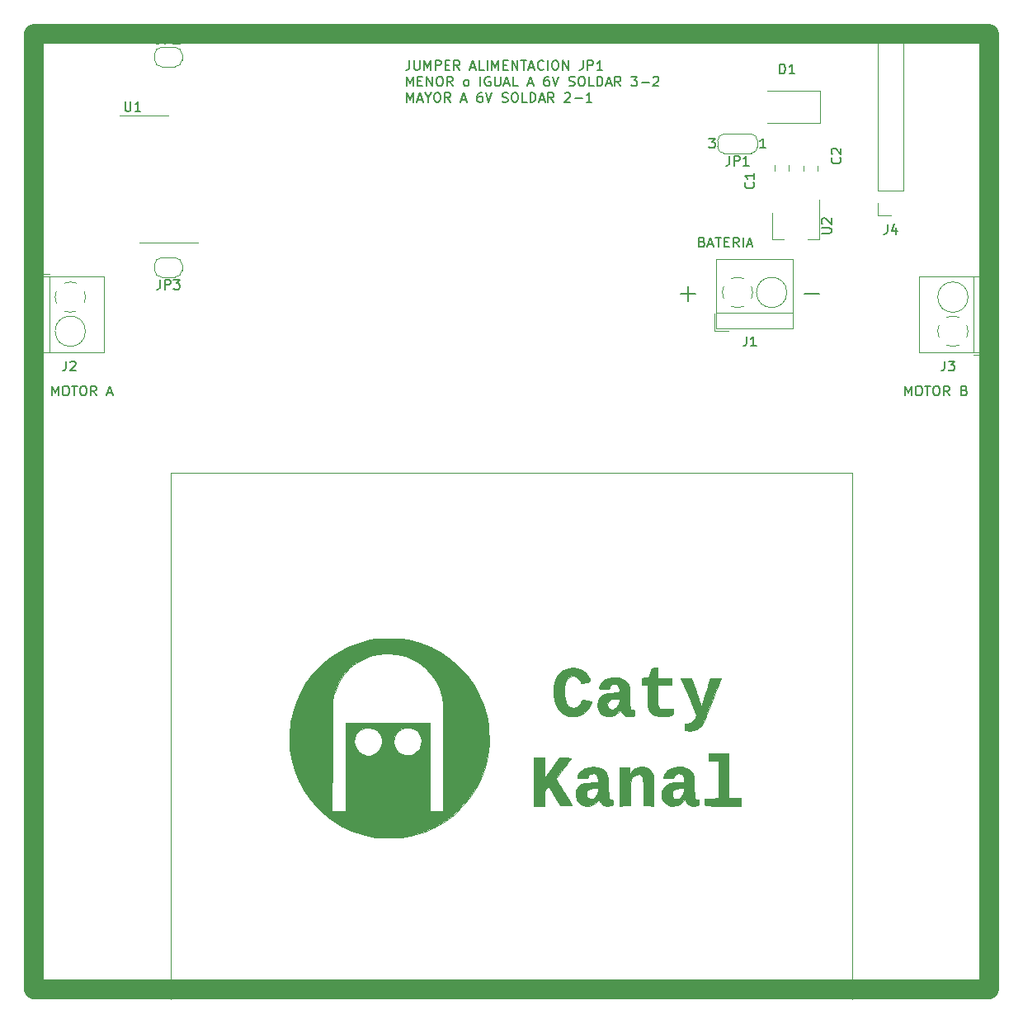
<source format=gbr>
G04 #@! TF.GenerationSoftware,KiCad,Pcbnew,5.1.5+dfsg1-2build2*
G04 #@! TF.CreationDate,2021-02-08T21:47:53-05:00*
G04 #@! TF.ProjectId,hbridgechassis,68627269-6467-4656-9368-61737369732e,rev?*
G04 #@! TF.SameCoordinates,Original*
G04 #@! TF.FileFunction,Legend,Top*
G04 #@! TF.FilePolarity,Positive*
%FSLAX46Y46*%
G04 Gerber Fmt 4.6, Leading zero omitted, Abs format (unit mm)*
G04 Created by KiCad (PCBNEW 5.1.5+dfsg1-2build2) date 2021-02-08 21:47:53*
%MOMM*%
%LPD*%
G04 APERTURE LIST*
%ADD10C,2.000000*%
%ADD11C,0.150000*%
%ADD12C,0.120000*%
%ADD13C,0.010000*%
G04 APERTURE END LIST*
D10*
X51000000Y-51000000D02*
X149000000Y-51000000D01*
X51000000Y-149000000D02*
X149000000Y-149000000D01*
X149000000Y-51000000D02*
X149000000Y-149000000D01*
X51000000Y-51000000D02*
X51000000Y-149000000D01*
D11*
X89521309Y-53682380D02*
X89521309Y-54396666D01*
X89473690Y-54539523D01*
X89378452Y-54634761D01*
X89235595Y-54682380D01*
X89140357Y-54682380D01*
X89997500Y-53682380D02*
X89997500Y-54491904D01*
X90045119Y-54587142D01*
X90092738Y-54634761D01*
X90187976Y-54682380D01*
X90378452Y-54682380D01*
X90473690Y-54634761D01*
X90521309Y-54587142D01*
X90568928Y-54491904D01*
X90568928Y-53682380D01*
X91045119Y-54682380D02*
X91045119Y-53682380D01*
X91378452Y-54396666D01*
X91711785Y-53682380D01*
X91711785Y-54682380D01*
X92187976Y-54682380D02*
X92187976Y-53682380D01*
X92568928Y-53682380D01*
X92664166Y-53730000D01*
X92711785Y-53777619D01*
X92759404Y-53872857D01*
X92759404Y-54015714D01*
X92711785Y-54110952D01*
X92664166Y-54158571D01*
X92568928Y-54206190D01*
X92187976Y-54206190D01*
X93187976Y-54158571D02*
X93521309Y-54158571D01*
X93664166Y-54682380D02*
X93187976Y-54682380D01*
X93187976Y-53682380D01*
X93664166Y-53682380D01*
X94664166Y-54682380D02*
X94330833Y-54206190D01*
X94092738Y-54682380D02*
X94092738Y-53682380D01*
X94473690Y-53682380D01*
X94568928Y-53730000D01*
X94616547Y-53777619D01*
X94664166Y-53872857D01*
X94664166Y-54015714D01*
X94616547Y-54110952D01*
X94568928Y-54158571D01*
X94473690Y-54206190D01*
X94092738Y-54206190D01*
X95807023Y-54396666D02*
X96283214Y-54396666D01*
X95711785Y-54682380D02*
X96045119Y-53682380D01*
X96378452Y-54682380D01*
X97187976Y-54682380D02*
X96711785Y-54682380D01*
X96711785Y-53682380D01*
X97521309Y-54682380D02*
X97521309Y-53682380D01*
X97997500Y-54682380D02*
X97997500Y-53682380D01*
X98330833Y-54396666D01*
X98664166Y-53682380D01*
X98664166Y-54682380D01*
X99140357Y-54158571D02*
X99473690Y-54158571D01*
X99616547Y-54682380D02*
X99140357Y-54682380D01*
X99140357Y-53682380D01*
X99616547Y-53682380D01*
X100045119Y-54682380D02*
X100045119Y-53682380D01*
X100616547Y-54682380D01*
X100616547Y-53682380D01*
X100949880Y-53682380D02*
X101521309Y-53682380D01*
X101235595Y-54682380D02*
X101235595Y-53682380D01*
X101807023Y-54396666D02*
X102283214Y-54396666D01*
X101711785Y-54682380D02*
X102045119Y-53682380D01*
X102378452Y-54682380D01*
X103283214Y-54587142D02*
X103235595Y-54634761D01*
X103092738Y-54682380D01*
X102997500Y-54682380D01*
X102854642Y-54634761D01*
X102759404Y-54539523D01*
X102711785Y-54444285D01*
X102664166Y-54253809D01*
X102664166Y-54110952D01*
X102711785Y-53920476D01*
X102759404Y-53825238D01*
X102854642Y-53730000D01*
X102997500Y-53682380D01*
X103092738Y-53682380D01*
X103235595Y-53730000D01*
X103283214Y-53777619D01*
X103711785Y-54682380D02*
X103711785Y-53682380D01*
X104378452Y-53682380D02*
X104568928Y-53682380D01*
X104664166Y-53730000D01*
X104759404Y-53825238D01*
X104807023Y-54015714D01*
X104807023Y-54349047D01*
X104759404Y-54539523D01*
X104664166Y-54634761D01*
X104568928Y-54682380D01*
X104378452Y-54682380D01*
X104283214Y-54634761D01*
X104187976Y-54539523D01*
X104140357Y-54349047D01*
X104140357Y-54015714D01*
X104187976Y-53825238D01*
X104283214Y-53730000D01*
X104378452Y-53682380D01*
X105235595Y-54682380D02*
X105235595Y-53682380D01*
X105807023Y-54682380D01*
X105807023Y-53682380D01*
X107330833Y-53682380D02*
X107330833Y-54396666D01*
X107283214Y-54539523D01*
X107187976Y-54634761D01*
X107045119Y-54682380D01*
X106949880Y-54682380D01*
X107807023Y-54682380D02*
X107807023Y-53682380D01*
X108187976Y-53682380D01*
X108283214Y-53730000D01*
X108330833Y-53777619D01*
X108378452Y-53872857D01*
X108378452Y-54015714D01*
X108330833Y-54110952D01*
X108283214Y-54158571D01*
X108187976Y-54206190D01*
X107807023Y-54206190D01*
X109330833Y-54682380D02*
X108759404Y-54682380D01*
X109045119Y-54682380D02*
X109045119Y-53682380D01*
X108949880Y-53825238D01*
X108854642Y-53920476D01*
X108759404Y-53968095D01*
X89235595Y-56332380D02*
X89235595Y-55332380D01*
X89568928Y-56046666D01*
X89902261Y-55332380D01*
X89902261Y-56332380D01*
X90378452Y-55808571D02*
X90711785Y-55808571D01*
X90854642Y-56332380D02*
X90378452Y-56332380D01*
X90378452Y-55332380D01*
X90854642Y-55332380D01*
X91283214Y-56332380D02*
X91283214Y-55332380D01*
X91854642Y-56332380D01*
X91854642Y-55332380D01*
X92521309Y-55332380D02*
X92711785Y-55332380D01*
X92807023Y-55380000D01*
X92902261Y-55475238D01*
X92949880Y-55665714D01*
X92949880Y-55999047D01*
X92902261Y-56189523D01*
X92807023Y-56284761D01*
X92711785Y-56332380D01*
X92521309Y-56332380D01*
X92426071Y-56284761D01*
X92330833Y-56189523D01*
X92283214Y-55999047D01*
X92283214Y-55665714D01*
X92330833Y-55475238D01*
X92426071Y-55380000D01*
X92521309Y-55332380D01*
X93949880Y-56332380D02*
X93616547Y-55856190D01*
X93378452Y-56332380D02*
X93378452Y-55332380D01*
X93759404Y-55332380D01*
X93854642Y-55380000D01*
X93902261Y-55427619D01*
X93949880Y-55522857D01*
X93949880Y-55665714D01*
X93902261Y-55760952D01*
X93854642Y-55808571D01*
X93759404Y-55856190D01*
X93378452Y-55856190D01*
X95283214Y-56332380D02*
X95187976Y-56284761D01*
X95140357Y-56237142D01*
X95092738Y-56141904D01*
X95092738Y-55856190D01*
X95140357Y-55760952D01*
X95187976Y-55713333D01*
X95283214Y-55665714D01*
X95426071Y-55665714D01*
X95521309Y-55713333D01*
X95568928Y-55760952D01*
X95616547Y-55856190D01*
X95616547Y-56141904D01*
X95568928Y-56237142D01*
X95521309Y-56284761D01*
X95426071Y-56332380D01*
X95283214Y-56332380D01*
X96807023Y-56332380D02*
X96807023Y-55332380D01*
X97807023Y-55380000D02*
X97711785Y-55332380D01*
X97568928Y-55332380D01*
X97426071Y-55380000D01*
X97330833Y-55475238D01*
X97283214Y-55570476D01*
X97235595Y-55760952D01*
X97235595Y-55903809D01*
X97283214Y-56094285D01*
X97330833Y-56189523D01*
X97426071Y-56284761D01*
X97568928Y-56332380D01*
X97664166Y-56332380D01*
X97807023Y-56284761D01*
X97854642Y-56237142D01*
X97854642Y-55903809D01*
X97664166Y-55903809D01*
X98283214Y-55332380D02*
X98283214Y-56141904D01*
X98330833Y-56237142D01*
X98378452Y-56284761D01*
X98473690Y-56332380D01*
X98664166Y-56332380D01*
X98759404Y-56284761D01*
X98807023Y-56237142D01*
X98854642Y-56141904D01*
X98854642Y-55332380D01*
X99283214Y-56046666D02*
X99759404Y-56046666D01*
X99187976Y-56332380D02*
X99521309Y-55332380D01*
X99854642Y-56332380D01*
X100664166Y-56332380D02*
X100187976Y-56332380D01*
X100187976Y-55332380D01*
X101711785Y-56046666D02*
X102187976Y-56046666D01*
X101616547Y-56332380D02*
X101949880Y-55332380D01*
X102283214Y-56332380D01*
X103807023Y-55332380D02*
X103616547Y-55332380D01*
X103521309Y-55380000D01*
X103473690Y-55427619D01*
X103378452Y-55570476D01*
X103330833Y-55760952D01*
X103330833Y-56141904D01*
X103378452Y-56237142D01*
X103426071Y-56284761D01*
X103521309Y-56332380D01*
X103711785Y-56332380D01*
X103807023Y-56284761D01*
X103854642Y-56237142D01*
X103902261Y-56141904D01*
X103902261Y-55903809D01*
X103854642Y-55808571D01*
X103807023Y-55760952D01*
X103711785Y-55713333D01*
X103521309Y-55713333D01*
X103426071Y-55760952D01*
X103378452Y-55808571D01*
X103330833Y-55903809D01*
X104187976Y-55332380D02*
X104521309Y-56332380D01*
X104854642Y-55332380D01*
X105902261Y-56284761D02*
X106045119Y-56332380D01*
X106283214Y-56332380D01*
X106378452Y-56284761D01*
X106426071Y-56237142D01*
X106473690Y-56141904D01*
X106473690Y-56046666D01*
X106426071Y-55951428D01*
X106378452Y-55903809D01*
X106283214Y-55856190D01*
X106092738Y-55808571D01*
X105997500Y-55760952D01*
X105949880Y-55713333D01*
X105902261Y-55618095D01*
X105902261Y-55522857D01*
X105949880Y-55427619D01*
X105997500Y-55380000D01*
X106092738Y-55332380D01*
X106330833Y-55332380D01*
X106473690Y-55380000D01*
X107092738Y-55332380D02*
X107283214Y-55332380D01*
X107378452Y-55380000D01*
X107473690Y-55475238D01*
X107521309Y-55665714D01*
X107521309Y-55999047D01*
X107473690Y-56189523D01*
X107378452Y-56284761D01*
X107283214Y-56332380D01*
X107092738Y-56332380D01*
X106997500Y-56284761D01*
X106902261Y-56189523D01*
X106854642Y-55999047D01*
X106854642Y-55665714D01*
X106902261Y-55475238D01*
X106997500Y-55380000D01*
X107092738Y-55332380D01*
X108426071Y-56332380D02*
X107949880Y-56332380D01*
X107949880Y-55332380D01*
X108759404Y-56332380D02*
X108759404Y-55332380D01*
X108997500Y-55332380D01*
X109140357Y-55380000D01*
X109235595Y-55475238D01*
X109283214Y-55570476D01*
X109330833Y-55760952D01*
X109330833Y-55903809D01*
X109283214Y-56094285D01*
X109235595Y-56189523D01*
X109140357Y-56284761D01*
X108997500Y-56332380D01*
X108759404Y-56332380D01*
X109711785Y-56046666D02*
X110187976Y-56046666D01*
X109616547Y-56332380D02*
X109949880Y-55332380D01*
X110283214Y-56332380D01*
X111187976Y-56332380D02*
X110854642Y-55856190D01*
X110616547Y-56332380D02*
X110616547Y-55332380D01*
X110997500Y-55332380D01*
X111092738Y-55380000D01*
X111140357Y-55427619D01*
X111187976Y-55522857D01*
X111187976Y-55665714D01*
X111140357Y-55760952D01*
X111092738Y-55808571D01*
X110997500Y-55856190D01*
X110616547Y-55856190D01*
X112283214Y-55332380D02*
X112902261Y-55332380D01*
X112568928Y-55713333D01*
X112711785Y-55713333D01*
X112807023Y-55760952D01*
X112854642Y-55808571D01*
X112902261Y-55903809D01*
X112902261Y-56141904D01*
X112854642Y-56237142D01*
X112807023Y-56284761D01*
X112711785Y-56332380D01*
X112426071Y-56332380D01*
X112330833Y-56284761D01*
X112283214Y-56237142D01*
X113330833Y-55951428D02*
X114092738Y-55951428D01*
X114521309Y-55427619D02*
X114568928Y-55380000D01*
X114664166Y-55332380D01*
X114902261Y-55332380D01*
X114997500Y-55380000D01*
X115045119Y-55427619D01*
X115092738Y-55522857D01*
X115092738Y-55618095D01*
X115045119Y-55760952D01*
X114473690Y-56332380D01*
X115092738Y-56332380D01*
X89235595Y-57982380D02*
X89235595Y-56982380D01*
X89568928Y-57696666D01*
X89902261Y-56982380D01*
X89902261Y-57982380D01*
X90330833Y-57696666D02*
X90807023Y-57696666D01*
X90235595Y-57982380D02*
X90568928Y-56982380D01*
X90902261Y-57982380D01*
X91426071Y-57506190D02*
X91426071Y-57982380D01*
X91092738Y-56982380D02*
X91426071Y-57506190D01*
X91759404Y-56982380D01*
X92283214Y-56982380D02*
X92473690Y-56982380D01*
X92568928Y-57030000D01*
X92664166Y-57125238D01*
X92711785Y-57315714D01*
X92711785Y-57649047D01*
X92664166Y-57839523D01*
X92568928Y-57934761D01*
X92473690Y-57982380D01*
X92283214Y-57982380D01*
X92187976Y-57934761D01*
X92092738Y-57839523D01*
X92045119Y-57649047D01*
X92045119Y-57315714D01*
X92092738Y-57125238D01*
X92187976Y-57030000D01*
X92283214Y-56982380D01*
X93711785Y-57982380D02*
X93378452Y-57506190D01*
X93140357Y-57982380D02*
X93140357Y-56982380D01*
X93521309Y-56982380D01*
X93616547Y-57030000D01*
X93664166Y-57077619D01*
X93711785Y-57172857D01*
X93711785Y-57315714D01*
X93664166Y-57410952D01*
X93616547Y-57458571D01*
X93521309Y-57506190D01*
X93140357Y-57506190D01*
X94854642Y-57696666D02*
X95330833Y-57696666D01*
X94759404Y-57982380D02*
X95092738Y-56982380D01*
X95426071Y-57982380D01*
X96949880Y-56982380D02*
X96759404Y-56982380D01*
X96664166Y-57030000D01*
X96616547Y-57077619D01*
X96521309Y-57220476D01*
X96473690Y-57410952D01*
X96473690Y-57791904D01*
X96521309Y-57887142D01*
X96568928Y-57934761D01*
X96664166Y-57982380D01*
X96854642Y-57982380D01*
X96949880Y-57934761D01*
X96997500Y-57887142D01*
X97045119Y-57791904D01*
X97045119Y-57553809D01*
X96997500Y-57458571D01*
X96949880Y-57410952D01*
X96854642Y-57363333D01*
X96664166Y-57363333D01*
X96568928Y-57410952D01*
X96521309Y-57458571D01*
X96473690Y-57553809D01*
X97330833Y-56982380D02*
X97664166Y-57982380D01*
X97997500Y-56982380D01*
X99045119Y-57934761D02*
X99187976Y-57982380D01*
X99426071Y-57982380D01*
X99521309Y-57934761D01*
X99568928Y-57887142D01*
X99616547Y-57791904D01*
X99616547Y-57696666D01*
X99568928Y-57601428D01*
X99521309Y-57553809D01*
X99426071Y-57506190D01*
X99235595Y-57458571D01*
X99140357Y-57410952D01*
X99092738Y-57363333D01*
X99045119Y-57268095D01*
X99045119Y-57172857D01*
X99092738Y-57077619D01*
X99140357Y-57030000D01*
X99235595Y-56982380D01*
X99473690Y-56982380D01*
X99616547Y-57030000D01*
X100235595Y-56982380D02*
X100426071Y-56982380D01*
X100521309Y-57030000D01*
X100616547Y-57125238D01*
X100664166Y-57315714D01*
X100664166Y-57649047D01*
X100616547Y-57839523D01*
X100521309Y-57934761D01*
X100426071Y-57982380D01*
X100235595Y-57982380D01*
X100140357Y-57934761D01*
X100045119Y-57839523D01*
X99997500Y-57649047D01*
X99997500Y-57315714D01*
X100045119Y-57125238D01*
X100140357Y-57030000D01*
X100235595Y-56982380D01*
X101568928Y-57982380D02*
X101092738Y-57982380D01*
X101092738Y-56982380D01*
X101902261Y-57982380D02*
X101902261Y-56982380D01*
X102140357Y-56982380D01*
X102283214Y-57030000D01*
X102378452Y-57125238D01*
X102426071Y-57220476D01*
X102473690Y-57410952D01*
X102473690Y-57553809D01*
X102426071Y-57744285D01*
X102378452Y-57839523D01*
X102283214Y-57934761D01*
X102140357Y-57982380D01*
X101902261Y-57982380D01*
X102854642Y-57696666D02*
X103330833Y-57696666D01*
X102759404Y-57982380D02*
X103092738Y-56982380D01*
X103426071Y-57982380D01*
X104330833Y-57982380D02*
X103997500Y-57506190D01*
X103759404Y-57982380D02*
X103759404Y-56982380D01*
X104140357Y-56982380D01*
X104235595Y-57030000D01*
X104283214Y-57077619D01*
X104330833Y-57172857D01*
X104330833Y-57315714D01*
X104283214Y-57410952D01*
X104235595Y-57458571D01*
X104140357Y-57506190D01*
X103759404Y-57506190D01*
X105473690Y-57077619D02*
X105521309Y-57030000D01*
X105616547Y-56982380D01*
X105854642Y-56982380D01*
X105949880Y-57030000D01*
X105997500Y-57077619D01*
X106045119Y-57172857D01*
X106045119Y-57268095D01*
X105997500Y-57410952D01*
X105426071Y-57982380D01*
X106045119Y-57982380D01*
X106473690Y-57601428D02*
X107235595Y-57601428D01*
X108235595Y-57982380D02*
X107664166Y-57982380D01*
X107949880Y-57982380D02*
X107949880Y-56982380D01*
X107854642Y-57125238D01*
X107759404Y-57220476D01*
X107664166Y-57268095D01*
X119562857Y-72318571D02*
X119705714Y-72366190D01*
X119753333Y-72413809D01*
X119800952Y-72509047D01*
X119800952Y-72651904D01*
X119753333Y-72747142D01*
X119705714Y-72794761D01*
X119610476Y-72842380D01*
X119229523Y-72842380D01*
X119229523Y-71842380D01*
X119562857Y-71842380D01*
X119658095Y-71890000D01*
X119705714Y-71937619D01*
X119753333Y-72032857D01*
X119753333Y-72128095D01*
X119705714Y-72223333D01*
X119658095Y-72270952D01*
X119562857Y-72318571D01*
X119229523Y-72318571D01*
X120181904Y-72556666D02*
X120658095Y-72556666D01*
X120086666Y-72842380D02*
X120420000Y-71842380D01*
X120753333Y-72842380D01*
X120943809Y-71842380D02*
X121515238Y-71842380D01*
X121229523Y-72842380D02*
X121229523Y-71842380D01*
X121848571Y-72318571D02*
X122181904Y-72318571D01*
X122324761Y-72842380D02*
X121848571Y-72842380D01*
X121848571Y-71842380D01*
X122324761Y-71842380D01*
X123324761Y-72842380D02*
X122991428Y-72366190D01*
X122753333Y-72842380D02*
X122753333Y-71842380D01*
X123134285Y-71842380D01*
X123229523Y-71890000D01*
X123277142Y-71937619D01*
X123324761Y-72032857D01*
X123324761Y-72175714D01*
X123277142Y-72270952D01*
X123229523Y-72318571D01*
X123134285Y-72366190D01*
X122753333Y-72366190D01*
X123753333Y-72842380D02*
X123753333Y-71842380D01*
X124181904Y-72556666D02*
X124658095Y-72556666D01*
X124086666Y-72842380D02*
X124420000Y-71842380D01*
X124753333Y-72842380D01*
X140367142Y-88082380D02*
X140367142Y-87082380D01*
X140700476Y-87796666D01*
X141033809Y-87082380D01*
X141033809Y-88082380D01*
X141700476Y-87082380D02*
X141890952Y-87082380D01*
X141986190Y-87130000D01*
X142081428Y-87225238D01*
X142129047Y-87415714D01*
X142129047Y-87749047D01*
X142081428Y-87939523D01*
X141986190Y-88034761D01*
X141890952Y-88082380D01*
X141700476Y-88082380D01*
X141605238Y-88034761D01*
X141510000Y-87939523D01*
X141462380Y-87749047D01*
X141462380Y-87415714D01*
X141510000Y-87225238D01*
X141605238Y-87130000D01*
X141700476Y-87082380D01*
X142414761Y-87082380D02*
X142986190Y-87082380D01*
X142700476Y-88082380D02*
X142700476Y-87082380D01*
X143510000Y-87082380D02*
X143700476Y-87082380D01*
X143795714Y-87130000D01*
X143890952Y-87225238D01*
X143938571Y-87415714D01*
X143938571Y-87749047D01*
X143890952Y-87939523D01*
X143795714Y-88034761D01*
X143700476Y-88082380D01*
X143510000Y-88082380D01*
X143414761Y-88034761D01*
X143319523Y-87939523D01*
X143271904Y-87749047D01*
X143271904Y-87415714D01*
X143319523Y-87225238D01*
X143414761Y-87130000D01*
X143510000Y-87082380D01*
X144938571Y-88082380D02*
X144605238Y-87606190D01*
X144367142Y-88082380D02*
X144367142Y-87082380D01*
X144748095Y-87082380D01*
X144843333Y-87130000D01*
X144890952Y-87177619D01*
X144938571Y-87272857D01*
X144938571Y-87415714D01*
X144890952Y-87510952D01*
X144843333Y-87558571D01*
X144748095Y-87606190D01*
X144367142Y-87606190D01*
X146462380Y-87558571D02*
X146605238Y-87606190D01*
X146652857Y-87653809D01*
X146700476Y-87749047D01*
X146700476Y-87891904D01*
X146652857Y-87987142D01*
X146605238Y-88034761D01*
X146510000Y-88082380D01*
X146129047Y-88082380D01*
X146129047Y-87082380D01*
X146462380Y-87082380D01*
X146557619Y-87130000D01*
X146605238Y-87177619D01*
X146652857Y-87272857D01*
X146652857Y-87368095D01*
X146605238Y-87463333D01*
X146557619Y-87510952D01*
X146462380Y-87558571D01*
X146129047Y-87558571D01*
X52808571Y-88082380D02*
X52808571Y-87082380D01*
X53141904Y-87796666D01*
X53475238Y-87082380D01*
X53475238Y-88082380D01*
X54141904Y-87082380D02*
X54332380Y-87082380D01*
X54427619Y-87130000D01*
X54522857Y-87225238D01*
X54570476Y-87415714D01*
X54570476Y-87749047D01*
X54522857Y-87939523D01*
X54427619Y-88034761D01*
X54332380Y-88082380D01*
X54141904Y-88082380D01*
X54046666Y-88034761D01*
X53951428Y-87939523D01*
X53903809Y-87749047D01*
X53903809Y-87415714D01*
X53951428Y-87225238D01*
X54046666Y-87130000D01*
X54141904Y-87082380D01*
X54856190Y-87082380D02*
X55427619Y-87082380D01*
X55141904Y-88082380D02*
X55141904Y-87082380D01*
X55951428Y-87082380D02*
X56141904Y-87082380D01*
X56237142Y-87130000D01*
X56332380Y-87225238D01*
X56380000Y-87415714D01*
X56380000Y-87749047D01*
X56332380Y-87939523D01*
X56237142Y-88034761D01*
X56141904Y-88082380D01*
X55951428Y-88082380D01*
X55856190Y-88034761D01*
X55760952Y-87939523D01*
X55713333Y-87749047D01*
X55713333Y-87415714D01*
X55760952Y-87225238D01*
X55856190Y-87130000D01*
X55951428Y-87082380D01*
X57380000Y-88082380D02*
X57046666Y-87606190D01*
X56808571Y-88082380D02*
X56808571Y-87082380D01*
X57189523Y-87082380D01*
X57284761Y-87130000D01*
X57332380Y-87177619D01*
X57380000Y-87272857D01*
X57380000Y-87415714D01*
X57332380Y-87510952D01*
X57284761Y-87558571D01*
X57189523Y-87606190D01*
X56808571Y-87606190D01*
X58522857Y-87796666D02*
X58999047Y-87796666D01*
X58427619Y-88082380D02*
X58760952Y-87082380D01*
X59094285Y-88082380D01*
X130048095Y-77612857D02*
X131571904Y-77612857D01*
X117348095Y-77612857D02*
X118871904Y-77612857D01*
X118110000Y-78374761D02*
X118110000Y-76850952D01*
D12*
X65000000Y-96000000D02*
X65000000Y-150000000D01*
X135000000Y-96000000D02*
X135000000Y-150000000D01*
X65000000Y-96000000D02*
X135000000Y-96000000D01*
D13*
G36*
X115005555Y-117051667D02*
G01*
X116424398Y-117051667D01*
X116402893Y-117386806D01*
X116381389Y-117721945D01*
X115693472Y-117742138D01*
X115005555Y-117762332D01*
X115005555Y-118877731D01*
X115007228Y-119353170D01*
X115020369Y-119705493D01*
X115057164Y-119952694D01*
X115129799Y-120112764D01*
X115250459Y-120203697D01*
X115431330Y-120243488D01*
X115684597Y-120250127D01*
X115930928Y-120244132D01*
X116557778Y-120226320D01*
X116557778Y-120536445D01*
X116552921Y-120695428D01*
X116522892Y-120804208D01*
X116444501Y-120874330D01*
X116294562Y-120917337D01*
X116049884Y-120944772D01*
X115690951Y-120967963D01*
X115329744Y-120981381D01*
X115061250Y-120969144D01*
X114838729Y-120927177D01*
X114693796Y-120881016D01*
X114464978Y-120780893D01*
X114287544Y-120653742D01*
X114155228Y-120481709D01*
X114061764Y-120246941D01*
X114000885Y-119931583D01*
X113966327Y-119517783D01*
X113951821Y-118987687D01*
X113950295Y-118762639D01*
X113947222Y-117757222D01*
X113382778Y-117757222D01*
X113382778Y-117059398D01*
X113715920Y-117037894D01*
X114049062Y-117016389D01*
X114344090Y-116028611D01*
X114674823Y-116007107D01*
X115005555Y-115985602D01*
X115005555Y-117051667D01*
G37*
X115005555Y-117051667D02*
X116424398Y-117051667D01*
X116402893Y-117386806D01*
X116381389Y-117721945D01*
X115693472Y-117742138D01*
X115005555Y-117762332D01*
X115005555Y-118877731D01*
X115007228Y-119353170D01*
X115020369Y-119705493D01*
X115057164Y-119952694D01*
X115129799Y-120112764D01*
X115250459Y-120203697D01*
X115431330Y-120243488D01*
X115684597Y-120250127D01*
X115930928Y-120244132D01*
X116557778Y-120226320D01*
X116557778Y-120536445D01*
X116552921Y-120695428D01*
X116522892Y-120804208D01*
X116444501Y-120874330D01*
X116294562Y-120917337D01*
X116049884Y-120944772D01*
X115690951Y-120967963D01*
X115329744Y-120981381D01*
X115061250Y-120969144D01*
X114838729Y-120927177D01*
X114693796Y-120881016D01*
X114464978Y-120780893D01*
X114287544Y-120653742D01*
X114155228Y-120481709D01*
X114061764Y-120246941D01*
X114000885Y-119931583D01*
X113966327Y-119517783D01*
X113951821Y-118987687D01*
X113950295Y-118762639D01*
X113947222Y-117757222D01*
X113382778Y-117757222D01*
X113382778Y-117059398D01*
X113715920Y-117037894D01*
X114049062Y-117016389D01*
X114344090Y-116028611D01*
X114674823Y-116007107D01*
X115005555Y-115985602D01*
X115005555Y-117051667D01*
G36*
X111035219Y-117017223D02*
G01*
X111418648Y-117129753D01*
X111711577Y-117328549D01*
X111930112Y-117621909D01*
X111980082Y-117721945D01*
X112032797Y-117860522D01*
X112069676Y-118026302D01*
X112093383Y-118246280D01*
X112106578Y-118547450D01*
X112111925Y-118956807D01*
X112112308Y-119062500D01*
X112117427Y-119441226D01*
X112129753Y-119774319D01*
X112147667Y-120034114D01*
X112169551Y-120192949D01*
X112180289Y-120224156D01*
X112294130Y-120303572D01*
X112443791Y-120336154D01*
X112573001Y-120355845D01*
X112629076Y-120427704D01*
X112641892Y-120593983D01*
X112641944Y-120616401D01*
X112629759Y-120797480D01*
X112567637Y-120890062D01*
X112417229Y-120946284D01*
X112395000Y-120952136D01*
X112100125Y-120989663D01*
X111803315Y-120964026D01*
X111559526Y-120882715D01*
X111478748Y-120827268D01*
X111355393Y-120673978D01*
X111266051Y-120508744D01*
X111182541Y-120307134D01*
X110960845Y-120559632D01*
X110773244Y-120737406D01*
X110571051Y-120877850D01*
X110511007Y-120907454D01*
X110188921Y-120987151D01*
X109827528Y-120993175D01*
X109492573Y-120927545D01*
X109362281Y-120872148D01*
X109106159Y-120701720D01*
X108943926Y-120499236D01*
X108858303Y-120231025D01*
X108832012Y-119863413D01*
X108831944Y-119838611D01*
X108832560Y-119818564D01*
X109854457Y-119818564D01*
X109921898Y-120057543D01*
X109996111Y-120156111D01*
X110196654Y-120278556D01*
X110430316Y-120270109D01*
X110636724Y-120176850D01*
X110852921Y-119975661D01*
X111001375Y-119691548D01*
X111054444Y-119386976D01*
X111054444Y-119168334D01*
X110627904Y-119168334D01*
X110369098Y-119178055D01*
X110200828Y-119216808D01*
X110073280Y-119298978D01*
X110028182Y-119341515D01*
X109890548Y-119563062D01*
X109854457Y-119818564D01*
X108832560Y-119818564D01*
X108841315Y-119534010D01*
X108875274Y-119326277D01*
X108942591Y-119172055D01*
X108977186Y-119120591D01*
X109214007Y-118895332D01*
X109536597Y-118719623D01*
X109891746Y-118618583D01*
X110071769Y-118603889D01*
X110363773Y-118593066D01*
X110669556Y-118566311D01*
X110727097Y-118559021D01*
X110925595Y-118525866D01*
X111021407Y-118475326D01*
X111051919Y-118372934D01*
X111054444Y-118257220D01*
X111025864Y-118040089D01*
X110956444Y-117860824D01*
X110950257Y-117851539D01*
X110774986Y-117698911D01*
X110560090Y-117642223D01*
X110346548Y-117675930D01*
X110175337Y-117794487D01*
X110091594Y-117967725D01*
X110061934Y-118083525D01*
X110008013Y-118147184D01*
X109894177Y-118174298D01*
X109684772Y-118180461D01*
X109605007Y-118180556D01*
X109293074Y-118175100D01*
X109100804Y-118151291D01*
X109006927Y-118097965D01*
X108990179Y-118003956D01*
X109023492Y-117875279D01*
X109212031Y-117520315D01*
X109507652Y-117250370D01*
X109900786Y-117071057D01*
X110381864Y-116987987D01*
X110545183Y-116982661D01*
X111035219Y-117017223D01*
G37*
X111035219Y-117017223D02*
X111418648Y-117129753D01*
X111711577Y-117328549D01*
X111930112Y-117621909D01*
X111980082Y-117721945D01*
X112032797Y-117860522D01*
X112069676Y-118026302D01*
X112093383Y-118246280D01*
X112106578Y-118547450D01*
X112111925Y-118956807D01*
X112112308Y-119062500D01*
X112117427Y-119441226D01*
X112129753Y-119774319D01*
X112147667Y-120034114D01*
X112169551Y-120192949D01*
X112180289Y-120224156D01*
X112294130Y-120303572D01*
X112443791Y-120336154D01*
X112573001Y-120355845D01*
X112629076Y-120427704D01*
X112641892Y-120593983D01*
X112641944Y-120616401D01*
X112629759Y-120797480D01*
X112567637Y-120890062D01*
X112417229Y-120946284D01*
X112395000Y-120952136D01*
X112100125Y-120989663D01*
X111803315Y-120964026D01*
X111559526Y-120882715D01*
X111478748Y-120827268D01*
X111355393Y-120673978D01*
X111266051Y-120508744D01*
X111182541Y-120307134D01*
X110960845Y-120559632D01*
X110773244Y-120737406D01*
X110571051Y-120877850D01*
X110511007Y-120907454D01*
X110188921Y-120987151D01*
X109827528Y-120993175D01*
X109492573Y-120927545D01*
X109362281Y-120872148D01*
X109106159Y-120701720D01*
X108943926Y-120499236D01*
X108858303Y-120231025D01*
X108832012Y-119863413D01*
X108831944Y-119838611D01*
X108832560Y-119818564D01*
X109854457Y-119818564D01*
X109921898Y-120057543D01*
X109996111Y-120156111D01*
X110196654Y-120278556D01*
X110430316Y-120270109D01*
X110636724Y-120176850D01*
X110852921Y-119975661D01*
X111001375Y-119691548D01*
X111054444Y-119386976D01*
X111054444Y-119168334D01*
X110627904Y-119168334D01*
X110369098Y-119178055D01*
X110200828Y-119216808D01*
X110073280Y-119298978D01*
X110028182Y-119341515D01*
X109890548Y-119563062D01*
X109854457Y-119818564D01*
X108832560Y-119818564D01*
X108841315Y-119534010D01*
X108875274Y-119326277D01*
X108942591Y-119172055D01*
X108977186Y-119120591D01*
X109214007Y-118895332D01*
X109536597Y-118719623D01*
X109891746Y-118618583D01*
X110071769Y-118603889D01*
X110363773Y-118593066D01*
X110669556Y-118566311D01*
X110727097Y-118559021D01*
X110925595Y-118525866D01*
X111021407Y-118475326D01*
X111051919Y-118372934D01*
X111054444Y-118257220D01*
X111025864Y-118040089D01*
X110956444Y-117860824D01*
X110950257Y-117851539D01*
X110774986Y-117698911D01*
X110560090Y-117642223D01*
X110346548Y-117675930D01*
X110175337Y-117794487D01*
X110091594Y-117967725D01*
X110061934Y-118083525D01*
X110008013Y-118147184D01*
X109894177Y-118174298D01*
X109684772Y-118180461D01*
X109605007Y-118180556D01*
X109293074Y-118175100D01*
X109100804Y-118151291D01*
X109006927Y-118097965D01*
X108990179Y-118003956D01*
X109023492Y-117875279D01*
X109212031Y-117520315D01*
X109507652Y-117250370D01*
X109900786Y-117071057D01*
X110381864Y-116987987D01*
X110545183Y-116982661D01*
X111035219Y-117017223D01*
G36*
X106784084Y-116053284D02*
G01*
X107240412Y-116224355D01*
X107481134Y-116378351D01*
X107636836Y-116530827D01*
X107796488Y-116740060D01*
X107937556Y-116968335D01*
X108037508Y-117177934D01*
X108073811Y-117331143D01*
X108068520Y-117361549D01*
X107986433Y-117426327D01*
X107816434Y-117491049D01*
X107601808Y-117546590D01*
X107385844Y-117583825D01*
X107211827Y-117593626D01*
X107123045Y-117566868D01*
X107120386Y-117561438D01*
X107066025Y-117454724D01*
X106964820Y-117290724D01*
X106937197Y-117249077D01*
X106703058Y-116998704D01*
X106439574Y-116874594D01*
X106168503Y-116871477D01*
X105911601Y-116984083D01*
X105690625Y-117207140D01*
X105527331Y-117535380D01*
X105508641Y-117595133D01*
X105439314Y-117953996D01*
X105412398Y-118372852D01*
X105425699Y-118806900D01*
X105477023Y-119211338D01*
X105564178Y-119541364D01*
X105608906Y-119643130D01*
X105819970Y-119925388D01*
X106080756Y-120092109D01*
X106364229Y-120144914D01*
X106643356Y-120085423D01*
X106891102Y-119915256D01*
X107080432Y-119636034D01*
X107114203Y-119552898D01*
X107212781Y-119373199D01*
X107325701Y-119309445D01*
X107450816Y-119322509D01*
X107648367Y-119355358D01*
X107870605Y-119398478D01*
X108069777Y-119442354D01*
X108198134Y-119477471D01*
X108219763Y-119487596D01*
X108204126Y-119556519D01*
X108140607Y-119715613D01*
X108057094Y-119900041D01*
X107836441Y-120257069D01*
X107545650Y-120572294D01*
X107221525Y-120811006D01*
X106975850Y-120919803D01*
X106640692Y-120981298D01*
X106249377Y-120995654D01*
X105868096Y-120963861D01*
X105595384Y-120899190D01*
X105170258Y-120675681D01*
X104823607Y-120341286D01*
X104559725Y-119905159D01*
X104382904Y-119376453D01*
X104297437Y-118764321D01*
X104302657Y-118142695D01*
X104386050Y-117545172D01*
X104546747Y-117056728D01*
X104789413Y-116665464D01*
X104947294Y-116498529D01*
X105347706Y-116220659D01*
X105807478Y-116052871D01*
X106296355Y-115996601D01*
X106784084Y-116053284D01*
G37*
X106784084Y-116053284D02*
X107240412Y-116224355D01*
X107481134Y-116378351D01*
X107636836Y-116530827D01*
X107796488Y-116740060D01*
X107937556Y-116968335D01*
X108037508Y-117177934D01*
X108073811Y-117331143D01*
X108068520Y-117361549D01*
X107986433Y-117426327D01*
X107816434Y-117491049D01*
X107601808Y-117546590D01*
X107385844Y-117583825D01*
X107211827Y-117593626D01*
X107123045Y-117566868D01*
X107120386Y-117561438D01*
X107066025Y-117454724D01*
X106964820Y-117290724D01*
X106937197Y-117249077D01*
X106703058Y-116998704D01*
X106439574Y-116874594D01*
X106168503Y-116871477D01*
X105911601Y-116984083D01*
X105690625Y-117207140D01*
X105527331Y-117535380D01*
X105508641Y-117595133D01*
X105439314Y-117953996D01*
X105412398Y-118372852D01*
X105425699Y-118806900D01*
X105477023Y-119211338D01*
X105564178Y-119541364D01*
X105608906Y-119643130D01*
X105819970Y-119925388D01*
X106080756Y-120092109D01*
X106364229Y-120144914D01*
X106643356Y-120085423D01*
X106891102Y-119915256D01*
X107080432Y-119636034D01*
X107114203Y-119552898D01*
X107212781Y-119373199D01*
X107325701Y-119309445D01*
X107450816Y-119322509D01*
X107648367Y-119355358D01*
X107870605Y-119398478D01*
X108069777Y-119442354D01*
X108198134Y-119477471D01*
X108219763Y-119487596D01*
X108204126Y-119556519D01*
X108140607Y-119715613D01*
X108057094Y-119900041D01*
X107836441Y-120257069D01*
X107545650Y-120572294D01*
X107221525Y-120811006D01*
X106975850Y-120919803D01*
X106640692Y-120981298D01*
X106249377Y-120995654D01*
X105868096Y-120963861D01*
X105595384Y-120899190D01*
X105170258Y-120675681D01*
X104823607Y-120341286D01*
X104559725Y-119905159D01*
X104382904Y-119376453D01*
X104297437Y-118764321D01*
X104302657Y-118142695D01*
X104386050Y-117545172D01*
X104546747Y-117056728D01*
X104789413Y-116665464D01*
X104947294Y-116498529D01*
X105347706Y-116220659D01*
X105807478Y-116052871D01*
X106296355Y-115996601D01*
X106784084Y-116053284D01*
G36*
X118842762Y-118162917D02*
G01*
X118985883Y-118568009D01*
X119121150Y-118958317D01*
X119237296Y-119300790D01*
X119323054Y-119562378D01*
X119353902Y-119662222D01*
X119468414Y-120050278D01*
X119697425Y-119274167D01*
X119822498Y-118862767D01*
X119966998Y-118406487D01*
X120107914Y-117977346D01*
X120170860Y-117792500D01*
X120415285Y-117086945D01*
X120964724Y-117066180D01*
X121248193Y-117060534D01*
X121412213Y-117071987D01*
X121477726Y-117103422D01*
X121477087Y-117136736D01*
X121442819Y-117223163D01*
X121363585Y-117424046D01*
X121246029Y-117722507D01*
X121096796Y-118101669D01*
X120922530Y-118544652D01*
X120729874Y-119034578D01*
X120650777Y-119235779D01*
X120391578Y-119892866D01*
X120176263Y-120432057D01*
X119998358Y-120867274D01*
X119851390Y-121212440D01*
X119728888Y-121481481D01*
X119624378Y-121688318D01*
X119531387Y-121846876D01*
X119443443Y-121971078D01*
X119354073Y-122074848D01*
X119309694Y-122120562D01*
X119019251Y-122321342D01*
X118648953Y-122445846D01*
X118243441Y-122484228D01*
X117880694Y-122435809D01*
X117802902Y-122382212D01*
X117765510Y-122251856D01*
X117757222Y-122055938D01*
X117757222Y-121708334D01*
X118065207Y-121708334D01*
X118385408Y-121655172D01*
X118633507Y-121488744D01*
X118824380Y-121198639D01*
X118839017Y-121166654D01*
X118959088Y-120896945D01*
X118154162Y-118974306D01*
X117349237Y-117051667D01*
X118446134Y-117051667D01*
X118842762Y-118162917D01*
G37*
X118842762Y-118162917D02*
X118985883Y-118568009D01*
X119121150Y-118958317D01*
X119237296Y-119300790D01*
X119323054Y-119562378D01*
X119353902Y-119662222D01*
X119468414Y-120050278D01*
X119697425Y-119274167D01*
X119822498Y-118862767D01*
X119966998Y-118406487D01*
X120107914Y-117977346D01*
X120170860Y-117792500D01*
X120415285Y-117086945D01*
X120964724Y-117066180D01*
X121248193Y-117060534D01*
X121412213Y-117071987D01*
X121477726Y-117103422D01*
X121477087Y-117136736D01*
X121442819Y-117223163D01*
X121363585Y-117424046D01*
X121246029Y-117722507D01*
X121096796Y-118101669D01*
X120922530Y-118544652D01*
X120729874Y-119034578D01*
X120650777Y-119235779D01*
X120391578Y-119892866D01*
X120176263Y-120432057D01*
X119998358Y-120867274D01*
X119851390Y-121212440D01*
X119728888Y-121481481D01*
X119624378Y-121688318D01*
X119531387Y-121846876D01*
X119443443Y-121971078D01*
X119354073Y-122074848D01*
X119309694Y-122120562D01*
X119019251Y-122321342D01*
X118648953Y-122445846D01*
X118243441Y-122484228D01*
X117880694Y-122435809D01*
X117802902Y-122382212D01*
X117765510Y-122251856D01*
X117757222Y-122055938D01*
X117757222Y-121708334D01*
X118065207Y-121708334D01*
X118385408Y-121655172D01*
X118633507Y-121488744D01*
X118824380Y-121198639D01*
X118839017Y-121166654D01*
X118959088Y-120896945D01*
X118154162Y-118974306D01*
X117349237Y-117051667D01*
X118446134Y-117051667D01*
X118842762Y-118162917D01*
G36*
X122272778Y-129398889D02*
G01*
X123542778Y-129398889D01*
X123542778Y-130175000D01*
X121706119Y-130175000D01*
X121133279Y-130173801D01*
X120686770Y-130169687D01*
X120351825Y-130161883D01*
X120113679Y-130149613D01*
X119957567Y-130132103D01*
X119868724Y-130108576D01*
X119832385Y-130078259D01*
X119831695Y-130076587D01*
X119812433Y-129944854D01*
X119813437Y-129746526D01*
X119816271Y-129706170D01*
X119838611Y-129434167D01*
X120561805Y-129414060D01*
X121285000Y-129393953D01*
X121285000Y-125518334D01*
X120226667Y-125518334D01*
X120226667Y-124812778D01*
X122272778Y-124812778D01*
X122272778Y-129398889D01*
G37*
X122272778Y-129398889D02*
X123542778Y-129398889D01*
X123542778Y-130175000D01*
X121706119Y-130175000D01*
X121133279Y-130173801D01*
X120686770Y-130169687D01*
X120351825Y-130161883D01*
X120113679Y-130149613D01*
X119957567Y-130132103D01*
X119868724Y-130108576D01*
X119832385Y-130078259D01*
X119831695Y-130076587D01*
X119812433Y-129944854D01*
X119813437Y-129746526D01*
X119816271Y-129706170D01*
X119838611Y-129434167D01*
X120561805Y-129414060D01*
X121285000Y-129393953D01*
X121285000Y-125518334D01*
X120226667Y-125518334D01*
X120226667Y-124812778D01*
X122272778Y-124812778D01*
X122272778Y-129398889D01*
G36*
X113495845Y-126168640D02*
G01*
X113874823Y-126246938D01*
X114165726Y-126421853D01*
X114397440Y-126711047D01*
X114405833Y-126725153D01*
X114451856Y-126814162D01*
X114487261Y-126918080D01*
X114513795Y-127056654D01*
X114533206Y-127249633D01*
X114547243Y-127516764D01*
X114557652Y-127877795D01*
X114566182Y-128352473D01*
X114569382Y-128573049D01*
X114591820Y-130181376D01*
X114075493Y-130160549D01*
X113559167Y-130139722D01*
X113523889Y-128669316D01*
X113511604Y-128178109D01*
X113499913Y-127808462D01*
X113486361Y-127540855D01*
X113468494Y-127355769D01*
X113443857Y-127233686D01*
X113409995Y-127155086D01*
X113364454Y-127100451D01*
X113322045Y-127064177D01*
X113074437Y-126946271D01*
X112806544Y-126958281D01*
X112580458Y-127076027D01*
X112460245Y-127178992D01*
X112369507Y-127287360D01*
X112303393Y-127422610D01*
X112257051Y-127606224D01*
X112225631Y-127859681D01*
X112204280Y-128204463D01*
X112188149Y-128662048D01*
X112183333Y-128834445D01*
X112148055Y-130139722D01*
X111636528Y-130160452D01*
X111125000Y-130181182D01*
X111125000Y-126217442D01*
X111601250Y-126238304D01*
X112077500Y-126259167D01*
X112099416Y-126604389D01*
X112121333Y-126949611D01*
X112290861Y-126700128D01*
X112560817Y-126422872D01*
X112914967Y-126239692D01*
X113321205Y-126164752D01*
X113495845Y-126168640D01*
G37*
X113495845Y-126168640D02*
X113874823Y-126246938D01*
X114165726Y-126421853D01*
X114397440Y-126711047D01*
X114405833Y-126725153D01*
X114451856Y-126814162D01*
X114487261Y-126918080D01*
X114513795Y-127056654D01*
X114533206Y-127249633D01*
X114547243Y-127516764D01*
X114557652Y-127877795D01*
X114566182Y-128352473D01*
X114569382Y-128573049D01*
X114591820Y-130181376D01*
X114075493Y-130160549D01*
X113559167Y-130139722D01*
X113523889Y-128669316D01*
X113511604Y-128178109D01*
X113499913Y-127808462D01*
X113486361Y-127540855D01*
X113468494Y-127355769D01*
X113443857Y-127233686D01*
X113409995Y-127155086D01*
X113364454Y-127100451D01*
X113322045Y-127064177D01*
X113074437Y-126946271D01*
X112806544Y-126958281D01*
X112580458Y-127076027D01*
X112460245Y-127178992D01*
X112369507Y-127287360D01*
X112303393Y-127422610D01*
X112257051Y-127606224D01*
X112225631Y-127859681D01*
X112204280Y-128204463D01*
X112188149Y-128662048D01*
X112183333Y-128834445D01*
X112148055Y-130139722D01*
X111636528Y-130160452D01*
X111125000Y-130181182D01*
X111125000Y-126217442D01*
X111601250Y-126238304D01*
X112077500Y-126259167D01*
X112099416Y-126604389D01*
X112121333Y-126949611D01*
X112290861Y-126700128D01*
X112560817Y-126422872D01*
X112914967Y-126239692D01*
X113321205Y-126164752D01*
X113495845Y-126168640D01*
G36*
X103379690Y-126296002D02*
G01*
X103399167Y-127355892D01*
X104164959Y-126296002D01*
X104930751Y-125236111D01*
X105523153Y-125236111D01*
X105792203Y-125241925D01*
X105997171Y-125257428D01*
X106105534Y-125279709D01*
X106114633Y-125289028D01*
X106072613Y-125358928D01*
X105956567Y-125520286D01*
X105780576Y-125754336D01*
X105558725Y-126042312D01*
X105338522Y-126323186D01*
X105087943Y-126644080D01*
X104871100Y-126928852D01*
X104702107Y-127158387D01*
X104595072Y-127313572D01*
X104563333Y-127373185D01*
X104599134Y-127450849D01*
X104699311Y-127629577D01*
X104853024Y-127891042D01*
X105049433Y-128216912D01*
X105277698Y-128588859D01*
X105374722Y-128745191D01*
X105612588Y-129130162D01*
X105822910Y-129476130D01*
X105994855Y-129764811D01*
X106117588Y-129977923D01*
X106180276Y-130097182D01*
X106186111Y-130114466D01*
X106120499Y-130142860D01*
X105942802Y-130159674D01*
X105681730Y-130162773D01*
X105572500Y-130160108D01*
X104958890Y-130139722D01*
X104409230Y-129187521D01*
X104216435Y-128859095D01*
X104044636Y-128576828D01*
X103907423Y-128362248D01*
X103818381Y-128236883D01*
X103794557Y-128213649D01*
X103715939Y-128251120D01*
X103595731Y-128370993D01*
X103546716Y-128431676D01*
X103464756Y-128549162D01*
X103411748Y-128665882D01*
X103381442Y-128815725D01*
X103367590Y-129032580D01*
X103363944Y-129350335D01*
X103363889Y-129423188D01*
X103363889Y-130175000D01*
X102305555Y-130175000D01*
X102305555Y-125236111D01*
X103360213Y-125236111D01*
X103379690Y-126296002D01*
G37*
X103379690Y-126296002D02*
X103399167Y-127355892D01*
X104164959Y-126296002D01*
X104930751Y-125236111D01*
X105523153Y-125236111D01*
X105792203Y-125241925D01*
X105997171Y-125257428D01*
X106105534Y-125279709D01*
X106114633Y-125289028D01*
X106072613Y-125358928D01*
X105956567Y-125520286D01*
X105780576Y-125754336D01*
X105558725Y-126042312D01*
X105338522Y-126323186D01*
X105087943Y-126644080D01*
X104871100Y-126928852D01*
X104702107Y-127158387D01*
X104595072Y-127313572D01*
X104563333Y-127373185D01*
X104599134Y-127450849D01*
X104699311Y-127629577D01*
X104853024Y-127891042D01*
X105049433Y-128216912D01*
X105277698Y-128588859D01*
X105374722Y-128745191D01*
X105612588Y-129130162D01*
X105822910Y-129476130D01*
X105994855Y-129764811D01*
X106117588Y-129977923D01*
X106180276Y-130097182D01*
X106186111Y-130114466D01*
X106120499Y-130142860D01*
X105942802Y-130159674D01*
X105681730Y-130162773D01*
X105572500Y-130160108D01*
X104958890Y-130139722D01*
X104409230Y-129187521D01*
X104216435Y-128859095D01*
X104044636Y-128576828D01*
X103907423Y-128362248D01*
X103818381Y-128236883D01*
X103794557Y-128213649D01*
X103715939Y-128251120D01*
X103595731Y-128370993D01*
X103546716Y-128431676D01*
X103464756Y-128549162D01*
X103411748Y-128665882D01*
X103381442Y-128815725D01*
X103367590Y-129032580D01*
X103363944Y-129350335D01*
X103363889Y-129423188D01*
X103363889Y-130175000D01*
X102305555Y-130175000D01*
X102305555Y-125236111D01*
X103360213Y-125236111D01*
X103379690Y-126296002D01*
G36*
X117505246Y-126177750D02*
G01*
X117909046Y-126282910D01*
X118243315Y-126475174D01*
X118251454Y-126481949D01*
X118408649Y-126626337D01*
X118525442Y-126773377D01*
X118608470Y-126947277D01*
X118664368Y-127172240D01*
X118699772Y-127472473D01*
X118721318Y-127872181D01*
X118731965Y-128234722D01*
X118745574Y-128624317D01*
X118765447Y-128967084D01*
X118789451Y-129236888D01*
X118815453Y-129407593D01*
X118831311Y-129451806D01*
X118954037Y-129521657D01*
X119071139Y-129540000D01*
X119180650Y-129557554D01*
X119228464Y-129636685D01*
X119238889Y-129813993D01*
X119222806Y-129983202D01*
X119157531Y-130089739D01*
X119017520Y-130147627D01*
X118777230Y-130170889D01*
X118583043Y-130174037D01*
X118258621Y-130118158D01*
X118016279Y-129955256D01*
X117870259Y-129695514D01*
X117859497Y-129656775D01*
X117814922Y-129479176D01*
X117600007Y-129723951D01*
X117271493Y-130011753D01*
X116902979Y-130166096D01*
X116482452Y-130191197D01*
X116326283Y-130171174D01*
X115970463Y-130069710D01*
X115710225Y-129891863D01*
X115555829Y-129693460D01*
X115441432Y-129398374D01*
X115401620Y-129043537D01*
X115411377Y-128946173D01*
X116487222Y-128946173D01*
X116534632Y-129231010D01*
X116668884Y-129408582D01*
X116878009Y-129472366D01*
X117150039Y-129415838D01*
X117258091Y-129366322D01*
X117426867Y-129215231D01*
X117571073Y-128974849D01*
X117664859Y-128696991D01*
X117686667Y-128507297D01*
X117680577Y-128409046D01*
X117640990Y-128356770D01*
X117535926Y-128339619D01*
X117333406Y-128346745D01*
X117232049Y-128353065D01*
X116888304Y-128397732D01*
X116662700Y-128489847D01*
X116535966Y-128644756D01*
X116488831Y-128877803D01*
X116487222Y-128946173D01*
X115411377Y-128946173D01*
X115437109Y-128689432D01*
X115540602Y-128409862D01*
X115729389Y-128156945D01*
X115968693Y-127975977D01*
X116280505Y-127858267D01*
X116686814Y-127795124D01*
X117139861Y-127777794D01*
X117686667Y-127776111D01*
X117686667Y-127569038D01*
X117657681Y-127330139D01*
X117584074Y-127102433D01*
X117485870Y-126942013D01*
X117452947Y-126914322D01*
X117325189Y-126875567D01*
X117157500Y-126861050D01*
X116930308Y-126888834D01*
X116789792Y-126992902D01*
X116705049Y-127160186D01*
X116660271Y-127258244D01*
X116596032Y-127315698D01*
X116478352Y-127343379D01*
X116273253Y-127352119D01*
X116100913Y-127352778D01*
X115847525Y-127344728D01*
X115659899Y-127323428D01*
X115572450Y-127293155D01*
X115570000Y-127286816D01*
X115618506Y-127086466D01*
X115745641Y-126844563D01*
X115923832Y-126612466D01*
X115942820Y-126592372D01*
X116250703Y-126367006D01*
X116638671Y-126221587D01*
X117069320Y-126157905D01*
X117505246Y-126177750D01*
G37*
X117505246Y-126177750D02*
X117909046Y-126282910D01*
X118243315Y-126475174D01*
X118251454Y-126481949D01*
X118408649Y-126626337D01*
X118525442Y-126773377D01*
X118608470Y-126947277D01*
X118664368Y-127172240D01*
X118699772Y-127472473D01*
X118721318Y-127872181D01*
X118731965Y-128234722D01*
X118745574Y-128624317D01*
X118765447Y-128967084D01*
X118789451Y-129236888D01*
X118815453Y-129407593D01*
X118831311Y-129451806D01*
X118954037Y-129521657D01*
X119071139Y-129540000D01*
X119180650Y-129557554D01*
X119228464Y-129636685D01*
X119238889Y-129813993D01*
X119222806Y-129983202D01*
X119157531Y-130089739D01*
X119017520Y-130147627D01*
X118777230Y-130170889D01*
X118583043Y-130174037D01*
X118258621Y-130118158D01*
X118016279Y-129955256D01*
X117870259Y-129695514D01*
X117859497Y-129656775D01*
X117814922Y-129479176D01*
X117600007Y-129723951D01*
X117271493Y-130011753D01*
X116902979Y-130166096D01*
X116482452Y-130191197D01*
X116326283Y-130171174D01*
X115970463Y-130069710D01*
X115710225Y-129891863D01*
X115555829Y-129693460D01*
X115441432Y-129398374D01*
X115401620Y-129043537D01*
X115411377Y-128946173D01*
X116487222Y-128946173D01*
X116534632Y-129231010D01*
X116668884Y-129408582D01*
X116878009Y-129472366D01*
X117150039Y-129415838D01*
X117258091Y-129366322D01*
X117426867Y-129215231D01*
X117571073Y-128974849D01*
X117664859Y-128696991D01*
X117686667Y-128507297D01*
X117680577Y-128409046D01*
X117640990Y-128356770D01*
X117535926Y-128339619D01*
X117333406Y-128346745D01*
X117232049Y-128353065D01*
X116888304Y-128397732D01*
X116662700Y-128489847D01*
X116535966Y-128644756D01*
X116488831Y-128877803D01*
X116487222Y-128946173D01*
X115411377Y-128946173D01*
X115437109Y-128689432D01*
X115540602Y-128409862D01*
X115729389Y-128156945D01*
X115968693Y-127975977D01*
X116280505Y-127858267D01*
X116686814Y-127795124D01*
X117139861Y-127777794D01*
X117686667Y-127776111D01*
X117686667Y-127569038D01*
X117657681Y-127330139D01*
X117584074Y-127102433D01*
X117485870Y-126942013D01*
X117452947Y-126914322D01*
X117325189Y-126875567D01*
X117157500Y-126861050D01*
X116930308Y-126888834D01*
X116789792Y-126992902D01*
X116705049Y-127160186D01*
X116660271Y-127258244D01*
X116596032Y-127315698D01*
X116478352Y-127343379D01*
X116273253Y-127352119D01*
X116100913Y-127352778D01*
X115847525Y-127344728D01*
X115659899Y-127323428D01*
X115572450Y-127293155D01*
X115570000Y-127286816D01*
X115618506Y-127086466D01*
X115745641Y-126844563D01*
X115923832Y-126612466D01*
X115942820Y-126592372D01*
X116250703Y-126367006D01*
X116638671Y-126221587D01*
X117069320Y-126157905D01*
X117505246Y-126177750D01*
G36*
X108816150Y-126206782D02*
G01*
X109218143Y-126338876D01*
X109316680Y-126391184D01*
X109507755Y-126517744D01*
X109651889Y-126657737D01*
X109756143Y-126832958D01*
X109827575Y-127065206D01*
X109873244Y-127376277D01*
X109900210Y-127787969D01*
X109913730Y-128234722D01*
X109926705Y-128635138D01*
X109946142Y-128981681D01*
X109970071Y-129249687D01*
X109996517Y-129414495D01*
X110011073Y-129451806D01*
X110134518Y-129521685D01*
X110251695Y-129540000D01*
X110361205Y-129557554D01*
X110409019Y-129636685D01*
X110419444Y-129813993D01*
X110399892Y-129992702D01*
X110323656Y-130101244D01*
X110164366Y-130156063D01*
X109895651Y-130173597D01*
X109841954Y-130174037D01*
X109511734Y-130139663D01*
X109278497Y-130023445D01*
X109114774Y-129810052D01*
X109087261Y-129752817D01*
X108960952Y-129470697D01*
X108870831Y-129639090D01*
X108657911Y-129894880D01*
X108348202Y-130077014D01*
X107971338Y-130174522D01*
X107556955Y-130176431D01*
X107458334Y-130161998D01*
X107141126Y-130050963D01*
X106895271Y-129858753D01*
X106764695Y-129717515D01*
X106687674Y-129588341D01*
X106647251Y-129424018D01*
X106626465Y-129177332D01*
X106622446Y-129099234D01*
X106618890Y-128960178D01*
X107667778Y-128960178D01*
X107719073Y-129230847D01*
X107861221Y-129401951D01*
X108076616Y-129464195D01*
X108347652Y-129408283D01*
X108437878Y-129366719D01*
X108635084Y-129195945D01*
X108785580Y-128936497D01*
X108862506Y-128639409D01*
X108867222Y-128550979D01*
X108867222Y-128324117D01*
X108399183Y-128353919D01*
X108055807Y-128404238D01*
X107830240Y-128512222D01*
X107706295Y-128691286D01*
X107667788Y-128954847D01*
X107667778Y-128960178D01*
X106618890Y-128960178D01*
X106615153Y-128814066D01*
X106633256Y-128620422D01*
X106685773Y-128469667D01*
X106763107Y-128340556D01*
X106956030Y-128117927D01*
X107204456Y-127959912D01*
X107532316Y-127857175D01*
X107963542Y-127800377D01*
X108179305Y-127788055D01*
X108867222Y-127759699D01*
X108867222Y-127516322D01*
X108828594Y-127243937D01*
X108727057Y-127017240D01*
X108627354Y-126912886D01*
X108458994Y-126863860D01*
X108241602Y-126871148D01*
X108049933Y-126928078D01*
X107990317Y-126969762D01*
X107899178Y-127119720D01*
X107879444Y-127216707D01*
X107866488Y-127284389D01*
X107808876Y-127325072D01*
X107678491Y-127345477D01*
X107447216Y-127352327D01*
X107310245Y-127352778D01*
X107029589Y-127351043D01*
X106863938Y-127340522D01*
X106787187Y-127313243D01*
X106773234Y-127261233D01*
X106790500Y-127194028D01*
X106880658Y-126935019D01*
X106975245Y-126758017D01*
X107108246Y-126607046D01*
X107194724Y-126528257D01*
X107522485Y-126325553D01*
X107928514Y-126202691D01*
X108373005Y-126162244D01*
X108816150Y-126206782D01*
G37*
X108816150Y-126206782D02*
X109218143Y-126338876D01*
X109316680Y-126391184D01*
X109507755Y-126517744D01*
X109651889Y-126657737D01*
X109756143Y-126832958D01*
X109827575Y-127065206D01*
X109873244Y-127376277D01*
X109900210Y-127787969D01*
X109913730Y-128234722D01*
X109926705Y-128635138D01*
X109946142Y-128981681D01*
X109970071Y-129249687D01*
X109996517Y-129414495D01*
X110011073Y-129451806D01*
X110134518Y-129521685D01*
X110251695Y-129540000D01*
X110361205Y-129557554D01*
X110409019Y-129636685D01*
X110419444Y-129813993D01*
X110399892Y-129992702D01*
X110323656Y-130101244D01*
X110164366Y-130156063D01*
X109895651Y-130173597D01*
X109841954Y-130174037D01*
X109511734Y-130139663D01*
X109278497Y-130023445D01*
X109114774Y-129810052D01*
X109087261Y-129752817D01*
X108960952Y-129470697D01*
X108870831Y-129639090D01*
X108657911Y-129894880D01*
X108348202Y-130077014D01*
X107971338Y-130174522D01*
X107556955Y-130176431D01*
X107458334Y-130161998D01*
X107141126Y-130050963D01*
X106895271Y-129858753D01*
X106764695Y-129717515D01*
X106687674Y-129588341D01*
X106647251Y-129424018D01*
X106626465Y-129177332D01*
X106622446Y-129099234D01*
X106618890Y-128960178D01*
X107667778Y-128960178D01*
X107719073Y-129230847D01*
X107861221Y-129401951D01*
X108076616Y-129464195D01*
X108347652Y-129408283D01*
X108437878Y-129366719D01*
X108635084Y-129195945D01*
X108785580Y-128936497D01*
X108862506Y-128639409D01*
X108867222Y-128550979D01*
X108867222Y-128324117D01*
X108399183Y-128353919D01*
X108055807Y-128404238D01*
X107830240Y-128512222D01*
X107706295Y-128691286D01*
X107667788Y-128954847D01*
X107667778Y-128960178D01*
X106618890Y-128960178D01*
X106615153Y-128814066D01*
X106633256Y-128620422D01*
X106685773Y-128469667D01*
X106763107Y-128340556D01*
X106956030Y-128117927D01*
X107204456Y-127959912D01*
X107532316Y-127857175D01*
X107963542Y-127800377D01*
X108179305Y-127788055D01*
X108867222Y-127759699D01*
X108867222Y-127516322D01*
X108828594Y-127243937D01*
X108727057Y-127017240D01*
X108627354Y-126912886D01*
X108458994Y-126863860D01*
X108241602Y-126871148D01*
X108049933Y-126928078D01*
X107990317Y-126969762D01*
X107899178Y-127119720D01*
X107879444Y-127216707D01*
X107866488Y-127284389D01*
X107808876Y-127325072D01*
X107678491Y-127345477D01*
X107447216Y-127352327D01*
X107310245Y-127352778D01*
X107029589Y-127351043D01*
X106863938Y-127340522D01*
X106787187Y-127313243D01*
X106773234Y-127261233D01*
X106790500Y-127194028D01*
X106880658Y-126935019D01*
X106975245Y-126758017D01*
X107108246Y-126607046D01*
X107194724Y-126528257D01*
X107522485Y-126325553D01*
X107928514Y-126202691D01*
X108373005Y-126162244D01*
X108816150Y-126206782D01*
G36*
X88203152Y-113002706D02*
G01*
X88750543Y-113037709D01*
X89212796Y-113092801D01*
X89393889Y-113126444D01*
X90586428Y-113453515D01*
X91709857Y-113898389D01*
X92757793Y-114454564D01*
X93723855Y-115115538D01*
X94601658Y-115874810D01*
X95384822Y-116725880D01*
X96066963Y-117662245D01*
X96641700Y-118677404D01*
X97102649Y-119764857D01*
X97443428Y-120918102D01*
X97552164Y-121436588D01*
X97619462Y-121933402D01*
X97660822Y-122524101D01*
X97676244Y-123163861D01*
X97665728Y-123807859D01*
X97629273Y-124411273D01*
X97566880Y-124929281D01*
X97552164Y-125013968D01*
X97265568Y-126192076D01*
X96855583Y-127308443D01*
X96328815Y-128356227D01*
X95691867Y-129328584D01*
X94951347Y-130218669D01*
X94113860Y-131019640D01*
X93186011Y-131724652D01*
X92174406Y-132326863D01*
X91085650Y-132819427D01*
X89926349Y-133195503D01*
X89570278Y-133283555D01*
X89160034Y-133355436D01*
X88648666Y-133410762D01*
X88075320Y-133448378D01*
X87479138Y-133467132D01*
X86899265Y-133465868D01*
X86374847Y-133443433D01*
X85945026Y-133398674D01*
X85901389Y-133391702D01*
X84695675Y-133121786D01*
X83553867Y-132727647D01*
X82479855Y-132211248D01*
X81477529Y-131574549D01*
X80550780Y-130819514D01*
X80466609Y-130739445D01*
X81557516Y-130739445D01*
X82973333Y-130739445D01*
X82973333Y-123503714D01*
X83820393Y-123503714D01*
X83883423Y-123920777D01*
X84056763Y-124308019D01*
X84319095Y-124633767D01*
X84649103Y-124866346D01*
X84772500Y-124918417D01*
X85105941Y-125005814D01*
X85412898Y-125005652D01*
X85677077Y-124948800D01*
X86048046Y-124778192D01*
X86344566Y-124509371D01*
X86557001Y-124169465D01*
X86675717Y-123785607D01*
X86683332Y-123586996D01*
X87899169Y-123586996D01*
X87962769Y-124019410D01*
X88136899Y-124386692D01*
X88401568Y-124677336D01*
X88736781Y-124879836D01*
X89122545Y-124982688D01*
X89538868Y-124974384D01*
X89965756Y-124843419D01*
X90029036Y-124812703D01*
X90342370Y-124579499D01*
X90566113Y-124263264D01*
X90696905Y-123892666D01*
X90731389Y-123496371D01*
X90666204Y-123103045D01*
X90497993Y-122741356D01*
X90299375Y-122505451D01*
X89955025Y-122274500D01*
X89561342Y-122157140D01*
X89149905Y-122151477D01*
X88752290Y-122255616D01*
X88400075Y-122467662D01*
X88237502Y-122629177D01*
X88038639Y-122908748D01*
X87933303Y-123187775D01*
X87899452Y-123528660D01*
X87899169Y-123586996D01*
X86683332Y-123586996D01*
X86691080Y-123384927D01*
X86593455Y-122994554D01*
X86458075Y-122749483D01*
X86161599Y-122440576D01*
X85797188Y-122235042D01*
X85394300Y-122138463D01*
X84982395Y-122156422D01*
X84590930Y-122294499D01*
X84464803Y-122371817D01*
X84232298Y-122589536D01*
X84028570Y-122880415D01*
X83881945Y-123194700D01*
X83820749Y-123482638D01*
X83820393Y-123503714D01*
X82973333Y-123503714D01*
X82973333Y-121637778D01*
X91581111Y-121637778D01*
X91581111Y-130739445D01*
X92992222Y-130739445D01*
X92991295Y-125218472D01*
X92990941Y-124197470D01*
X92990096Y-123307256D01*
X92988536Y-122537507D01*
X92986041Y-121877901D01*
X92982386Y-121318115D01*
X92977349Y-120847825D01*
X92970707Y-120456710D01*
X92962238Y-120134446D01*
X92951719Y-119870711D01*
X92938927Y-119655181D01*
X92923639Y-119477535D01*
X92905633Y-119327449D01*
X92884686Y-119194601D01*
X92860575Y-119068667D01*
X92858376Y-119057967D01*
X92615323Y-118214289D01*
X92254198Y-117434963D01*
X91786583Y-116728867D01*
X91224059Y-116104878D01*
X90578208Y-115571874D01*
X89860612Y-115138730D01*
X89082853Y-114814325D01*
X88256512Y-114607535D01*
X87393172Y-114527238D01*
X86959722Y-114536783D01*
X86331858Y-114598928D01*
X85779310Y-114712996D01*
X85241211Y-114893948D01*
X84889603Y-115045620D01*
X84106724Y-115482358D01*
X83411594Y-116026879D01*
X82810775Y-116671547D01*
X82310832Y-117408727D01*
X81918329Y-118230783D01*
X81759703Y-118686536D01*
X81731162Y-118781101D01*
X81706225Y-118873212D01*
X81684610Y-118972691D01*
X81666035Y-119089360D01*
X81650218Y-119233041D01*
X81636876Y-119413556D01*
X81625727Y-119640725D01*
X81616490Y-119924372D01*
X81608882Y-120274317D01*
X81602621Y-120700383D01*
X81597425Y-121212391D01*
X81593012Y-121820163D01*
X81589099Y-122533521D01*
X81585406Y-123362287D01*
X81581648Y-124316282D01*
X81579176Y-124971528D01*
X81557516Y-130739445D01*
X80466609Y-130739445D01*
X80269914Y-130552337D01*
X79452106Y-129648353D01*
X78753312Y-128668757D01*
X78174227Y-127614826D01*
X77715540Y-126487837D01*
X77377945Y-125289067D01*
X77350928Y-125165556D01*
X77288591Y-124764893D01*
X77245252Y-124261383D01*
X77220912Y-123692007D01*
X77215571Y-123093745D01*
X77229229Y-122503577D01*
X77261885Y-121958482D01*
X77313540Y-121495442D01*
X77350928Y-121285000D01*
X77603964Y-120324361D01*
X77946454Y-119371181D01*
X78362743Y-118461096D01*
X78837175Y-117629739D01*
X79166667Y-117152002D01*
X79542089Y-116687639D01*
X79987115Y-116197909D01*
X80466263Y-115718190D01*
X80944055Y-115283860D01*
X81385011Y-114930299D01*
X81420825Y-114904262D01*
X82264220Y-114365271D01*
X83199437Y-113888726D01*
X84184205Y-113493130D01*
X85176254Y-113196985D01*
X85478055Y-113128392D01*
X85898738Y-113063223D01*
X86418415Y-113018051D01*
X87000261Y-112992895D01*
X87607449Y-112987774D01*
X88203152Y-113002706D01*
G37*
X88203152Y-113002706D02*
X88750543Y-113037709D01*
X89212796Y-113092801D01*
X89393889Y-113126444D01*
X90586428Y-113453515D01*
X91709857Y-113898389D01*
X92757793Y-114454564D01*
X93723855Y-115115538D01*
X94601658Y-115874810D01*
X95384822Y-116725880D01*
X96066963Y-117662245D01*
X96641700Y-118677404D01*
X97102649Y-119764857D01*
X97443428Y-120918102D01*
X97552164Y-121436588D01*
X97619462Y-121933402D01*
X97660822Y-122524101D01*
X97676244Y-123163861D01*
X97665728Y-123807859D01*
X97629273Y-124411273D01*
X97566880Y-124929281D01*
X97552164Y-125013968D01*
X97265568Y-126192076D01*
X96855583Y-127308443D01*
X96328815Y-128356227D01*
X95691867Y-129328584D01*
X94951347Y-130218669D01*
X94113860Y-131019640D01*
X93186011Y-131724652D01*
X92174406Y-132326863D01*
X91085650Y-132819427D01*
X89926349Y-133195503D01*
X89570278Y-133283555D01*
X89160034Y-133355436D01*
X88648666Y-133410762D01*
X88075320Y-133448378D01*
X87479138Y-133467132D01*
X86899265Y-133465868D01*
X86374847Y-133443433D01*
X85945026Y-133398674D01*
X85901389Y-133391702D01*
X84695675Y-133121786D01*
X83553867Y-132727647D01*
X82479855Y-132211248D01*
X81477529Y-131574549D01*
X80550780Y-130819514D01*
X80466609Y-130739445D01*
X81557516Y-130739445D01*
X82973333Y-130739445D01*
X82973333Y-123503714D01*
X83820393Y-123503714D01*
X83883423Y-123920777D01*
X84056763Y-124308019D01*
X84319095Y-124633767D01*
X84649103Y-124866346D01*
X84772500Y-124918417D01*
X85105941Y-125005814D01*
X85412898Y-125005652D01*
X85677077Y-124948800D01*
X86048046Y-124778192D01*
X86344566Y-124509371D01*
X86557001Y-124169465D01*
X86675717Y-123785607D01*
X86683332Y-123586996D01*
X87899169Y-123586996D01*
X87962769Y-124019410D01*
X88136899Y-124386692D01*
X88401568Y-124677336D01*
X88736781Y-124879836D01*
X89122545Y-124982688D01*
X89538868Y-124974384D01*
X89965756Y-124843419D01*
X90029036Y-124812703D01*
X90342370Y-124579499D01*
X90566113Y-124263264D01*
X90696905Y-123892666D01*
X90731389Y-123496371D01*
X90666204Y-123103045D01*
X90497993Y-122741356D01*
X90299375Y-122505451D01*
X89955025Y-122274500D01*
X89561342Y-122157140D01*
X89149905Y-122151477D01*
X88752290Y-122255616D01*
X88400075Y-122467662D01*
X88237502Y-122629177D01*
X88038639Y-122908748D01*
X87933303Y-123187775D01*
X87899452Y-123528660D01*
X87899169Y-123586996D01*
X86683332Y-123586996D01*
X86691080Y-123384927D01*
X86593455Y-122994554D01*
X86458075Y-122749483D01*
X86161599Y-122440576D01*
X85797188Y-122235042D01*
X85394300Y-122138463D01*
X84982395Y-122156422D01*
X84590930Y-122294499D01*
X84464803Y-122371817D01*
X84232298Y-122589536D01*
X84028570Y-122880415D01*
X83881945Y-123194700D01*
X83820749Y-123482638D01*
X83820393Y-123503714D01*
X82973333Y-123503714D01*
X82973333Y-121637778D01*
X91581111Y-121637778D01*
X91581111Y-130739445D01*
X92992222Y-130739445D01*
X92991295Y-125218472D01*
X92990941Y-124197470D01*
X92990096Y-123307256D01*
X92988536Y-122537507D01*
X92986041Y-121877901D01*
X92982386Y-121318115D01*
X92977349Y-120847825D01*
X92970707Y-120456710D01*
X92962238Y-120134446D01*
X92951719Y-119870711D01*
X92938927Y-119655181D01*
X92923639Y-119477535D01*
X92905633Y-119327449D01*
X92884686Y-119194601D01*
X92860575Y-119068667D01*
X92858376Y-119057967D01*
X92615323Y-118214289D01*
X92254198Y-117434963D01*
X91786583Y-116728867D01*
X91224059Y-116104878D01*
X90578208Y-115571874D01*
X89860612Y-115138730D01*
X89082853Y-114814325D01*
X88256512Y-114607535D01*
X87393172Y-114527238D01*
X86959722Y-114536783D01*
X86331858Y-114598928D01*
X85779310Y-114712996D01*
X85241211Y-114893948D01*
X84889603Y-115045620D01*
X84106724Y-115482358D01*
X83411594Y-116026879D01*
X82810775Y-116671547D01*
X82310832Y-117408727D01*
X81918329Y-118230783D01*
X81759703Y-118686536D01*
X81731162Y-118781101D01*
X81706225Y-118873212D01*
X81684610Y-118972691D01*
X81666035Y-119089360D01*
X81650218Y-119233041D01*
X81636876Y-119413556D01*
X81625727Y-119640725D01*
X81616490Y-119924372D01*
X81608882Y-120274317D01*
X81602621Y-120700383D01*
X81597425Y-121212391D01*
X81593012Y-121820163D01*
X81589099Y-122533521D01*
X81585406Y-123362287D01*
X81581648Y-124316282D01*
X81579176Y-124971528D01*
X81557516Y-130739445D01*
X80466609Y-130739445D01*
X80269914Y-130552337D01*
X79452106Y-129648353D01*
X78753312Y-128668757D01*
X78174227Y-127614826D01*
X77715540Y-126487837D01*
X77377945Y-125289067D01*
X77350928Y-125165556D01*
X77288591Y-124764893D01*
X77245252Y-124261383D01*
X77220912Y-123692007D01*
X77215571Y-123093745D01*
X77229229Y-122503577D01*
X77261885Y-121958482D01*
X77313540Y-121495442D01*
X77350928Y-121285000D01*
X77603964Y-120324361D01*
X77946454Y-119371181D01*
X78362743Y-118461096D01*
X78837175Y-117629739D01*
X79166667Y-117152002D01*
X79542089Y-116687639D01*
X79987115Y-116197909D01*
X80466263Y-115718190D01*
X80944055Y-115283860D01*
X81385011Y-114930299D01*
X81420825Y-114904262D01*
X82264220Y-114365271D01*
X83199437Y-113888726D01*
X84184205Y-113493130D01*
X85176254Y-113196985D01*
X85478055Y-113128392D01*
X85898738Y-113063223D01*
X86418415Y-113018051D01*
X87000261Y-112992895D01*
X87607449Y-112987774D01*
X88203152Y-113002706D01*
D12*
X131559000Y-72011000D02*
X130359000Y-72011000D01*
X131559000Y-68011000D02*
X131559000Y-72011000D01*
X126759000Y-72011000D02*
X126759000Y-69311000D01*
X127959000Y-72011000D02*
X126759000Y-72011000D01*
X65470000Y-75930000D02*
X64070000Y-75930000D01*
X63370000Y-75230000D02*
X63370000Y-74630000D01*
X64070000Y-73930000D02*
X65470000Y-73930000D01*
X66170000Y-74630000D02*
X66170000Y-75230000D01*
X66170000Y-75230000D02*
G75*
G02X65470000Y-75930000I-700000J0D01*
G01*
X65470000Y-73930000D02*
G75*
G02X66170000Y-74630000I0J-700000D01*
G01*
X63370000Y-74630000D02*
G75*
G02X64070000Y-73930000I700000J0D01*
G01*
X64070000Y-75930000D02*
G75*
G02X63370000Y-75230000I0J700000D01*
G01*
X64070000Y-52340000D02*
X65470000Y-52340000D01*
X66170000Y-53040000D02*
X66170000Y-53640000D01*
X65470000Y-54340000D02*
X64070000Y-54340000D01*
X63370000Y-53640000D02*
X63370000Y-53040000D01*
X63370000Y-53040000D02*
G75*
G02X64070000Y-52340000I700000J0D01*
G01*
X64070000Y-54340000D02*
G75*
G02X63370000Y-53640000I0J700000D01*
G01*
X66170000Y-53640000D02*
G75*
G02X65470000Y-54340000I-700000J0D01*
G01*
X65470000Y-52340000D02*
G75*
G02X66170000Y-53040000I0J-700000D01*
G01*
X125240000Y-62530000D02*
G75*
G02X124540000Y-63230000I-700000J0D01*
G01*
X124540000Y-61230000D02*
G75*
G02X125240000Y-61930000I0J-700000D01*
G01*
X121140000Y-61930000D02*
G75*
G02X121840000Y-61230000I700000J0D01*
G01*
X121840000Y-63230000D02*
G75*
G02X121140000Y-62530000I0J700000D01*
G01*
X124590000Y-63230000D02*
X121790000Y-63230000D01*
X121140000Y-62530000D02*
X121140000Y-61930000D01*
X121790000Y-61230000D02*
X124590000Y-61230000D01*
X125240000Y-61930000D02*
X125240000Y-62530000D01*
X131393000Y-65028578D02*
X131393000Y-64511422D01*
X129973000Y-65028578D02*
X129973000Y-64511422D01*
X127026600Y-64460622D02*
X127026600Y-64977778D01*
X128446600Y-64460622D02*
X128446600Y-64977778D01*
X131670000Y-60070000D02*
X126270000Y-60070000D01*
X131670000Y-56770000D02*
X126270000Y-56770000D01*
X131670000Y-60070000D02*
X131670000Y-56770000D01*
X138912600Y-69630600D02*
X137582600Y-69630600D01*
X137582600Y-69630600D02*
X137582600Y-68300600D01*
X137582600Y-67030600D02*
X137582600Y-51730600D01*
X140242600Y-51730600D02*
X137582600Y-51730600D01*
X140242600Y-67030600D02*
X140242600Y-51730600D01*
X140242600Y-67030600D02*
X137582600Y-67030600D01*
X149188000Y-83878000D02*
X149188000Y-82378000D01*
X147448000Y-83878000D02*
X149188000Y-83878000D01*
X141828000Y-75818000D02*
X148948000Y-75818000D01*
X141828000Y-83638000D02*
X148948000Y-83638000D01*
X148948000Y-83638000D02*
X148948000Y-75818000D01*
X141828000Y-83638000D02*
X141828000Y-75818000D01*
X147388000Y-83638000D02*
X147388000Y-75818000D01*
X146843000Y-77978000D02*
G75*
G03X146843000Y-77978000I-1555000J0D01*
G01*
X146843492Y-81450989D02*
G75*
G02X146720000Y-82086000I-1555492J-27011D01*
G01*
X145895742Y-82910109D02*
G75*
G02X144680000Y-82910000I-607742J1432109D01*
G01*
X143855891Y-82085742D02*
G75*
G02X143856000Y-80870000I1432109J607742D01*
G01*
X144680258Y-80045891D02*
G75*
G02X145896000Y-80046000I607742J-1432109D01*
G01*
X146719385Y-80870413D02*
G75*
G02X146843000Y-81478000I-1431385J-607587D01*
G01*
X50812000Y-75578000D02*
X50812000Y-77078000D01*
X52552000Y-75578000D02*
X50812000Y-75578000D01*
X58172000Y-83638000D02*
X51052000Y-83638000D01*
X58172000Y-75818000D02*
X51052000Y-75818000D01*
X51052000Y-75818000D02*
X51052000Y-83638000D01*
X58172000Y-75818000D02*
X58172000Y-83638000D01*
X52612000Y-75818000D02*
X52612000Y-83638000D01*
X56267000Y-81478000D02*
G75*
G03X56267000Y-81478000I-1555000J0D01*
G01*
X53156508Y-78005011D02*
G75*
G02X53280000Y-77370000I1555492J27011D01*
G01*
X54104258Y-76545891D02*
G75*
G02X55320000Y-76546000I607742J-1432109D01*
G01*
X56144109Y-77370258D02*
G75*
G02X56144000Y-78586000I-1432109J-607742D01*
G01*
X55319742Y-79410109D02*
G75*
G02X54104000Y-79410000I-607742J1432109D01*
G01*
X53280615Y-78585587D02*
G75*
G02X53157000Y-77978000I1431385J607587D01*
G01*
X120790000Y-81400000D02*
X122290000Y-81400000D01*
X120790000Y-79660000D02*
X120790000Y-81400000D01*
X128850000Y-74040000D02*
X128850000Y-81160000D01*
X121030000Y-74040000D02*
X121030000Y-81160000D01*
X121030000Y-81160000D02*
X128850000Y-81160000D01*
X121030000Y-74040000D02*
X128850000Y-74040000D01*
X121030000Y-79600000D02*
X128850000Y-79600000D01*
X128245000Y-77500000D02*
G75*
G03X128245000Y-77500000I-1555000J0D01*
G01*
X123217011Y-79055492D02*
G75*
G02X122582000Y-78932000I-27011J1555492D01*
G01*
X121757891Y-78107742D02*
G75*
G02X121758000Y-76892000I1432109J607742D01*
G01*
X122582258Y-76067891D02*
G75*
G02X123798000Y-76068000I607742J-1432109D01*
G01*
X124622109Y-76892258D02*
G75*
G02X124622000Y-78108000I-1432109J-607742D01*
G01*
X123797587Y-78931385D02*
G75*
G02X123190000Y-79055000I-607587J1431385D01*
G01*
X59795400Y-59332200D02*
X64795400Y-59332200D01*
X61795400Y-72392200D02*
X67795400Y-72392200D01*
D11*
X131811380Y-71442904D02*
X132620904Y-71442904D01*
X132716142Y-71395285D01*
X132763761Y-71347666D01*
X132811380Y-71252428D01*
X132811380Y-71061952D01*
X132763761Y-70966714D01*
X132716142Y-70919095D01*
X132620904Y-70871476D01*
X131811380Y-70871476D01*
X131906619Y-70442904D02*
X131859000Y-70395285D01*
X131811380Y-70300047D01*
X131811380Y-70061952D01*
X131859000Y-69966714D01*
X131906619Y-69919095D01*
X132001857Y-69871476D01*
X132097095Y-69871476D01*
X132239952Y-69919095D01*
X132811380Y-70490523D01*
X132811380Y-69871476D01*
X63936666Y-76182380D02*
X63936666Y-76896666D01*
X63889047Y-77039523D01*
X63793809Y-77134761D01*
X63650952Y-77182380D01*
X63555714Y-77182380D01*
X64412857Y-77182380D02*
X64412857Y-76182380D01*
X64793809Y-76182380D01*
X64889047Y-76230000D01*
X64936666Y-76277619D01*
X64984285Y-76372857D01*
X64984285Y-76515714D01*
X64936666Y-76610952D01*
X64889047Y-76658571D01*
X64793809Y-76706190D01*
X64412857Y-76706190D01*
X65317619Y-76182380D02*
X65936666Y-76182380D01*
X65603333Y-76563333D01*
X65746190Y-76563333D01*
X65841428Y-76610952D01*
X65889047Y-76658571D01*
X65936666Y-76753809D01*
X65936666Y-76991904D01*
X65889047Y-77087142D01*
X65841428Y-77134761D01*
X65746190Y-77182380D01*
X65460476Y-77182380D01*
X65365238Y-77134761D01*
X65317619Y-77087142D01*
X63936666Y-50992380D02*
X63936666Y-51706666D01*
X63889047Y-51849523D01*
X63793809Y-51944761D01*
X63650952Y-51992380D01*
X63555714Y-51992380D01*
X64412857Y-51992380D02*
X64412857Y-50992380D01*
X64793809Y-50992380D01*
X64889047Y-51040000D01*
X64936666Y-51087619D01*
X64984285Y-51182857D01*
X64984285Y-51325714D01*
X64936666Y-51420952D01*
X64889047Y-51468571D01*
X64793809Y-51516190D01*
X64412857Y-51516190D01*
X65365238Y-51087619D02*
X65412857Y-51040000D01*
X65508095Y-50992380D01*
X65746190Y-50992380D01*
X65841428Y-51040000D01*
X65889047Y-51087619D01*
X65936666Y-51182857D01*
X65936666Y-51278095D01*
X65889047Y-51420952D01*
X65317619Y-51992380D01*
X65936666Y-51992380D01*
X122356666Y-63482380D02*
X122356666Y-64196666D01*
X122309047Y-64339523D01*
X122213809Y-64434761D01*
X122070952Y-64482380D01*
X121975714Y-64482380D01*
X122832857Y-64482380D02*
X122832857Y-63482380D01*
X123213809Y-63482380D01*
X123309047Y-63530000D01*
X123356666Y-63577619D01*
X123404285Y-63672857D01*
X123404285Y-63815714D01*
X123356666Y-63910952D01*
X123309047Y-63958571D01*
X123213809Y-64006190D01*
X122832857Y-64006190D01*
X124356666Y-64482380D02*
X123785238Y-64482380D01*
X124070952Y-64482380D02*
X124070952Y-63482380D01*
X123975714Y-63625238D01*
X123880476Y-63720476D01*
X123785238Y-63768095D01*
X126075714Y-62682380D02*
X125504285Y-62682380D01*
X125790000Y-62682380D02*
X125790000Y-61682380D01*
X125694761Y-61825238D01*
X125599523Y-61920476D01*
X125504285Y-61968095D01*
X120256666Y-61682380D02*
X120875714Y-61682380D01*
X120542380Y-62063333D01*
X120685238Y-62063333D01*
X120780476Y-62110952D01*
X120828095Y-62158571D01*
X120875714Y-62253809D01*
X120875714Y-62491904D01*
X120828095Y-62587142D01*
X120780476Y-62634761D01*
X120685238Y-62682380D01*
X120399523Y-62682380D01*
X120304285Y-62634761D01*
X120256666Y-62587142D01*
X133707142Y-63666666D02*
X133754761Y-63714285D01*
X133802380Y-63857142D01*
X133802380Y-63952380D01*
X133754761Y-64095238D01*
X133659523Y-64190476D01*
X133564285Y-64238095D01*
X133373809Y-64285714D01*
X133230952Y-64285714D01*
X133040476Y-64238095D01*
X132945238Y-64190476D01*
X132850000Y-64095238D01*
X132802380Y-63952380D01*
X132802380Y-63857142D01*
X132850000Y-63714285D01*
X132897619Y-63666666D01*
X132897619Y-63285714D02*
X132850000Y-63238095D01*
X132802380Y-63142857D01*
X132802380Y-62904761D01*
X132850000Y-62809523D01*
X132897619Y-62761904D01*
X132992857Y-62714285D01*
X133088095Y-62714285D01*
X133230952Y-62761904D01*
X133802380Y-63333333D01*
X133802380Y-62714285D01*
X124817142Y-66206666D02*
X124864761Y-66254285D01*
X124912380Y-66397142D01*
X124912380Y-66492380D01*
X124864761Y-66635238D01*
X124769523Y-66730476D01*
X124674285Y-66778095D01*
X124483809Y-66825714D01*
X124340952Y-66825714D01*
X124150476Y-66778095D01*
X124055238Y-66730476D01*
X123960000Y-66635238D01*
X123912380Y-66492380D01*
X123912380Y-66397142D01*
X123960000Y-66254285D01*
X124007619Y-66206666D01*
X124912380Y-65254285D02*
X124912380Y-65825714D01*
X124912380Y-65540000D02*
X123912380Y-65540000D01*
X124055238Y-65635238D01*
X124150476Y-65730476D01*
X124198095Y-65825714D01*
X127531904Y-55062380D02*
X127531904Y-54062380D01*
X127770000Y-54062380D01*
X127912857Y-54110000D01*
X128008095Y-54205238D01*
X128055714Y-54300476D01*
X128103333Y-54490952D01*
X128103333Y-54633809D01*
X128055714Y-54824285D01*
X128008095Y-54919523D01*
X127912857Y-55014761D01*
X127770000Y-55062380D01*
X127531904Y-55062380D01*
X129055714Y-55062380D02*
X128484285Y-55062380D01*
X128770000Y-55062380D02*
X128770000Y-54062380D01*
X128674761Y-54205238D01*
X128579523Y-54300476D01*
X128484285Y-54348095D01*
X138579266Y-70522980D02*
X138579266Y-71237266D01*
X138531647Y-71380123D01*
X138436409Y-71475361D01*
X138293552Y-71522980D01*
X138198314Y-71522980D01*
X139484028Y-70856314D02*
X139484028Y-71522980D01*
X139245933Y-70475361D02*
X139007838Y-71189647D01*
X139626885Y-71189647D01*
X144446666Y-84542380D02*
X144446666Y-85256666D01*
X144399047Y-85399523D01*
X144303809Y-85494761D01*
X144160952Y-85542380D01*
X144065714Y-85542380D01*
X144827619Y-84542380D02*
X145446666Y-84542380D01*
X145113333Y-84923333D01*
X145256190Y-84923333D01*
X145351428Y-84970952D01*
X145399047Y-85018571D01*
X145446666Y-85113809D01*
X145446666Y-85351904D01*
X145399047Y-85447142D01*
X145351428Y-85494761D01*
X145256190Y-85542380D01*
X144970476Y-85542380D01*
X144875238Y-85494761D01*
X144827619Y-85447142D01*
X54276666Y-84542380D02*
X54276666Y-85256666D01*
X54229047Y-85399523D01*
X54133809Y-85494761D01*
X53990952Y-85542380D01*
X53895714Y-85542380D01*
X54705238Y-84637619D02*
X54752857Y-84590000D01*
X54848095Y-84542380D01*
X55086190Y-84542380D01*
X55181428Y-84590000D01*
X55229047Y-84637619D01*
X55276666Y-84732857D01*
X55276666Y-84828095D01*
X55229047Y-84970952D01*
X54657619Y-85542380D01*
X55276666Y-85542380D01*
X124126666Y-82002380D02*
X124126666Y-82716666D01*
X124079047Y-82859523D01*
X123983809Y-82954761D01*
X123840952Y-83002380D01*
X123745714Y-83002380D01*
X125126666Y-83002380D02*
X124555238Y-83002380D01*
X124840952Y-83002380D02*
X124840952Y-82002380D01*
X124745714Y-82145238D01*
X124650476Y-82240476D01*
X124555238Y-82288095D01*
X60343495Y-57894580D02*
X60343495Y-58704104D01*
X60391114Y-58799342D01*
X60438733Y-58846961D01*
X60533971Y-58894580D01*
X60724447Y-58894580D01*
X60819685Y-58846961D01*
X60867304Y-58799342D01*
X60914923Y-58704104D01*
X60914923Y-57894580D01*
X61914923Y-58894580D02*
X61343495Y-58894580D01*
X61629209Y-58894580D02*
X61629209Y-57894580D01*
X61533971Y-58037438D01*
X61438733Y-58132676D01*
X61343495Y-58180295D01*
M02*

</source>
